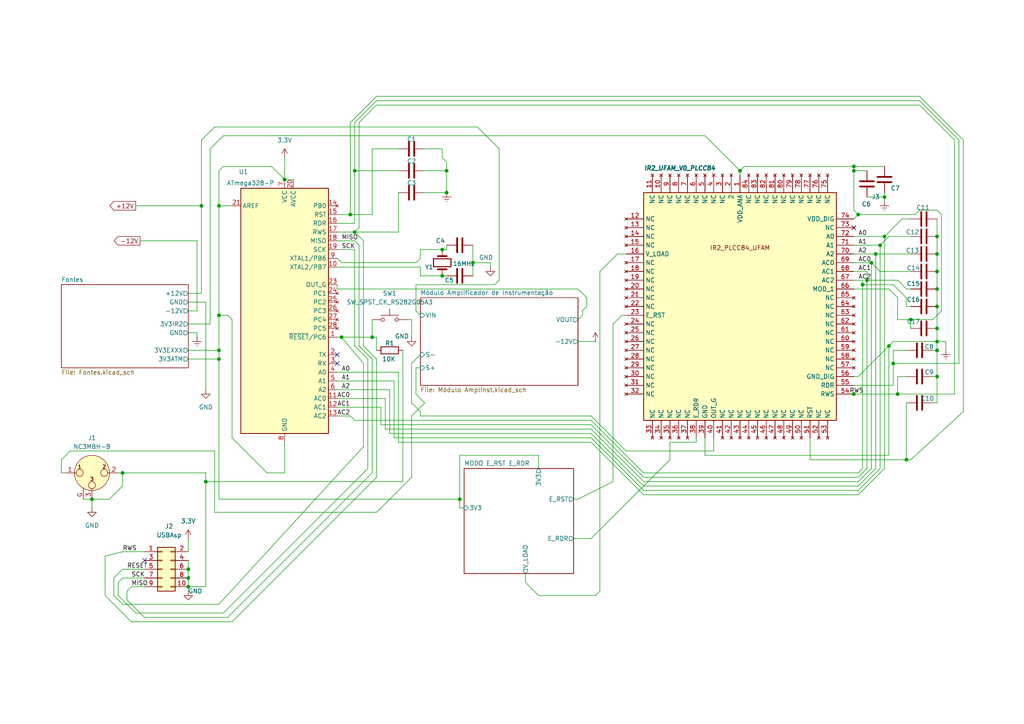
<source format=kicad_sch>
(kicad_sch (version 20250114) (generator "eeschema") (generator_version "9.0")
  (paper "A4")
  (title_block (title "PROJETO IR2_B2_UFAM") (date "07/08/2025") (rev "V1") (company "UFAM-UFMG") (comment 1 "1 - Software Proteus substituído pelo Software Kicad 9.0") (comment 2 "2 - Incluído Amplificafor de Instrumentação para reduzir ruídos") (comment 3 "3 - Incluídos conectores para cabos entrelaçados") (comment 4 "4 - Análise de 4 camadas para reduzir ruídos") (comment 5 "5 - Teste de clonagem"))
  (lib_symbols
    (symbol "Connector_Audio:NC3MBH-B" (pin_names (hide yes))
      (property "Reference" "J" (at 0 8.89 0))
      (property "Value" "NC3MBH-B" (at 0 6.35 0))
      (symbol "NC3MBH-B_0_1"
        (polyline (pts (xy -5.08 0) (xy -4.572 0)))
        (circle (center -3.556 0) (radius 1.016))
        (polyline (pts (xy -2.54 -5.08) (xy -2.54 -4.445)))
        (circle (center 0 0) (radius 5.08) (fill (type background)))
        (circle (center 0 -3.556) (radius 1.016))
        (polyline (pts (xy 0 -5.08) (xy 0 -4.572)))
        (circle (center 3.556 0) (radius 1.016))
        (polyline (pts (xy 5.08 0) (xy 4.572 0)))
        (text "1" (at -3.556 1.778 0) (effects (font (size 1.016 1.016) (bold yes))))
        (text "3" (at 0 -1.778 0) (effects (font (size 1.016 1.016) (bold yes))))
        (text "2" (at 3.556 1.778 0) (effects (font (size 1.016 1.016) (bold yes))))
        (pin passive line (at -7.62 0 0) (length 2.54) (name "~") (number "1"))
        (pin passive line (at 0 -7.62 90) (length 2.54) (name "~") (number "3"))
        (pin passive line (at 7.62 0 180) (length 2.54) (name "~") (number "2"))
      )
      (symbol "NC3MBH-B_1_1"
        (pin passive line (at -2.54 -7.62 90) (length 2.54) (name "~") (number "G"))
      )
    )
    (symbol "Connector_Generic:Conn_02x05_Odd_Even" (pin_names (offset 1.016) (hide yes))
      (property "Reference" "J" (at 1.27 7.62 0))
      (property "Value" "Conn_02x05_Odd_Even" (at 1.27 -7.62 0))
      (symbol "Conn_02x05_Odd_Even_1_1"
        (rectangle (start -1.27 6.35) (end 3.81 -6.35) (stroke (width 0.254)) (fill (type background)))
        (rectangle (start -1.27 5.207) (end 0 4.953) (stroke (width 0.1524)))
        (rectangle (start -1.27 2.667) (end 0 2.413) (stroke (width 0.1524)))
        (rectangle (start -1.27 0.127) (end 0 -0.127) (stroke (width 0.1524)))
        (rectangle (start -1.27 -2.413) (end 0 -2.667) (stroke (width 0.1524)))
        (rectangle (start -1.27 -4.953) (end 0 -5.207) (stroke (width 0.1524)))
        (rectangle (start 3.81 5.207) (end 2.54 4.953) (stroke (width 0.1524)))
        (rectangle (start 3.81 2.667) (end 2.54 2.413) (stroke (width 0.1524)))
        (rectangle (start 3.81 0.127) (end 2.54 -0.127) (stroke (width 0.1524)))
        (rectangle (start 3.81 -2.413) (end 2.54 -2.667) (stroke (width 0.1524)))
        (rectangle (start 3.81 -4.953) (end 2.54 -5.207) (stroke (width 0.1524)))
        (pin passive line (at -5.08 5.08 0) (length 3.81) (name "Pin_1") (number "1"))
        (pin passive line (at -5.08 2.54 0) (length 3.81) (name "Pin_3") (number "3"))
        (pin passive line (at -5.08 0 0) (length 3.81) (name "Pin_5") (number "5"))
        (pin passive line (at -5.08 -2.54 0) (length 3.81) (name "Pin_7") (number "7"))
        (pin passive line (at -5.08 -5.08 0) (length 3.81) (name "Pin_9") (number "9"))
        (pin passive line (at 7.62 5.08 180) (length 3.81) (name "Pin_2") (number "2"))
        (pin passive line (at 7.62 2.54 180) (length 3.81) (name "Pin_4") (number "4"))
        (pin passive line (at 7.62 0 180) (length 3.81) (name "Pin_6") (number "6"))
        (pin passive line (at 7.62 -2.54 180) (length 3.81) (name "Pin_8") (number "8"))
        (pin passive line (at 7.62 -5.08 180) (length 3.81) (name "Pin_10") (number "10"))
      )
    )
    (symbol "Device:C" (pin_numbers (hide yes)) (pin_names (offset 0.254))
      (property "Reference" "C" (at 0.635 2.54 0))
      (property "Value" "C" (at 0.635 -2.54 0))
      (symbol "C_0_1"
        (polyline (pts (xy -2.032 0.762) (xy 2.032 0.762)) (stroke (width 0.508)))
        (polyline (pts (xy -2.032 -0.762) (xy 2.032 -0.762)) (stroke (width 0.508)))
      )
      (symbol "C_1_1"
        (pin passive line (at 0 3.81 270) (length 2.794) (name "~") (number "1"))
        (pin passive line (at 0 -3.81 90) (length 2.794) (name "~") (number "2"))
      )
    )
    (symbol "Device:Crystal" (pin_numbers (hide yes)) (pin_names (offset 1.016) (hide yes))
      (property "Reference" "Y" (at 0 3.81 0))
      (property "Value" "Crystal" (at 0 -3.81 0))
      (symbol "Crystal_0_1"
        (polyline (pts (xy -2.54 0) (xy -1.905 0)))
        (polyline (pts (xy -1.905 -1.27) (xy -1.905 1.27)) (stroke (width 0.508)))
        (rectangle (start -1.143 2.54) (end 1.143 -2.54) (stroke (width 0.3048)))
        (polyline (pts (xy 1.905 -1.27) (xy 1.905 1.27)) (stroke (width 0.508)))
        (polyline (pts (xy 2.54 0) (xy 1.905 0)))
      )
      (symbol "Crystal_1_1"
        (pin passive line (at -3.81 0 0) (length 1.27) (name "1") (number "1"))
        (pin passive line (at 3.81 0 180) (length 1.27) (name "2") (number "2"))
      )
    )
    (symbol "Device:R" (pin_numbers (hide yes)) (pin_names (offset 0))
      (property "Reference" "R" (at 2.032 0 90))
      (property "Value" "R" (at 0 0 90))
      (symbol "R_0_1"
        (rectangle (start -1.016 -2.54) (end 1.016 2.54) (stroke (width 0.254)))
      )
      (symbol "R_1_1"
        (pin passive line (at 0 3.81 270) (length 1.27) (name "~") (number "1"))
        (pin passive line (at 0 -3.81 90) (length 1.27) (name "~") (number "2"))
      )
    )
    (symbol "IR2_UFAM_V0_PLCC84_Library:IR2_UFAM_V0_PLCC84"
      (property "Reference" "J" (at 62.23 12.7 0))
      (property "Value" "IR2_UFAM_V0_PLCC84" (at 62.23 10.16 0))
      (symbol "IR2_UFAM_V0_PLCC84_1_1"
        (rectangle (start 5.08 7.62) (end 60.96 -58.42) (stroke (width 0.254)) (fill (type background)))
        (text "IR2_PLCC84_UFAM" (at 33.02 -8.382 0) (effects (font (size 1.27 1.27))))
        (pin no_connect line (at 0 0 0) (length 5.08) (name "NC") (number "12"))
        (pin no_connect line (at 0 -2.54 0) (length 5.08) (name "NC") (number "13"))
        (pin no_connect line (at 0 -5.08 0) (length 5.08) (name "NC") (number "14"))
        (pin no_connect line (at 0 -7.62 0) (length 5.08) (name "NC") (number "15"))
        (pin input line (at 0 -10.16 0) (length 5.08) (name "V_LOAD") (number "16"))
        (pin no_connect line (at 0 -12.7 0) (length 5.08) (name "NC") (number "17"))
        (pin no_connect line (at 0 -15.24 0) (length 5.08) (name "NC") (number "18"))
        (pin no_connect line (at 0 -17.78 0) (length 5.08) (name "NC") (number "19"))
        (pin no_connect line (at 0 -20.32 0) (length 5.08) (name "NC") (number "20"))
        (pin no_connect line (at 0 -22.86 0) (length 5.08) (name "NC") (number "21"))
        (pin no_connect line (at 0 -25.4 0) (length 5.08) (name "NC") (number "22"))
        (pin input line (at 0 -27.94 0) (length 5.08) (name "E_RST") (number "23"))
        (pin no_connect line (at 0 -30.48 0) (length 5.08) (name "NC") (number "24"))
        (pin no_connect line (at 0 -33.02 0) (length 5.08) (name "NC") (number "25"))
        (pin no_connect line (at 0 -35.56 0) (length 5.08) (name "NC") (number "26"))
        (pin no_connect line (at 0 -38.1 0) (length 5.08) (name "NC") (number "27"))
        (pin no_connect line (at 0 -40.64 0) (length 5.08) (name "NC") (number "28"))
        (pin no_connect line (at 0 -43.18 0) (length 5.08) (name "NC") (number "29"))
        (pin no_connect line (at 0 -45.72 0) (length 5.08) (name "NC") (number "30"))
        (pin no_connect line (at 0 -48.26 0) (length 5.08) (name "NC") (number "31"))
        (pin no_connect line (at 0 -50.8 0) (length 5.08) (name "NC") (number "32"))
        (pin no_connect line (at 7.62 12.7 270) (length 5.08) (name "NC") (number "11"))
        (pin no_connect line (at 7.62 -63.5 90) (length 5.08) (name "NC") (number "33"))
        (pin no_connect line (at 10.16 12.7 270) (length 5.08) (name "NC") (number "10"))
        (pin no_connect line (at 10.16 -63.5 90) (length 5.08) (name "NC") (number "34"))
        (pin no_connect line (at 12.7 12.7 270) (length 5.08) (name "NC") (number "9"))
        (pin no_connect line (at 12.7 -63.5 90) (length 5.08) (name "NC") (number "35"))
        (pin no_connect line (at 15.24 12.7 270) (length 5.08) (name "NC") (number "8"))
        (pin no_connect line (at 15.24 -63.5 90) (length 5.08) (name "NC") (number "36"))
        (pin no_connect line (at 17.78 12.7 270) (length 5.08) (name "NC") (number "7"))
        (pin no_connect line (at 17.78 -63.5 90) (length 5.08) (name "NC") (number "37"))
        (pin no_connect line (at 20.32 12.7 270) (length 5.08) (name "NC") (number "6"))
        (pin input line (at 20.32 -63.5 90) (length 5.08) (name "E_RDR") (number "38"))
        (pin no_connect line (at 22.86 12.7 270) (length 5.08) (name "NC") (number "5"))
        (pin power_out line (at 22.86 -63.5 90) (length 5.08) (name "GND") (number "39"))
        (pin no_connect line (at 25.4 12.7 270) (length 5.08) (name "NC") (number "4"))
        (pin output line (at 25.4 -63.5 90) (length 5.08) (name "OUT_G") (number "40"))
        (pin no_connect line (at 27.94 12.7 270) (length 5.08) (name "NC") (number "3"))
        (pin no_connect line (at 27.94 -63.5 90) (length 5.08) (name "NC") (number "41"))
        (pin no_connect line (at 30.48 12.7 270) (length 5.08) (name "2") (number "2"))
        (pin no_connect line (at 30.48 -63.5 90) (length 5.08) (name "NC") (number "42"))
        (pin power_in line (at 33.02 12.7 270) (length 5.08) (name "VDD_ANA") (number "1"))
        (pin no_connect line (at 33.02 -63.5 90) (length 5.08) (name "NC") (number "43"))
        (pin no_connect line (at 35.56 12.7 270) (length 5.08) (name "NC") (number "84"))
        (pin no_connect line (at 35.56 -63.5 90) (length 5.08) (name "NC") (number "44"))
        (pin no_connect line (at 38.1 12.7 270) (length 5.08) (name "NC") (number "83"))
        (pin no_connect line (at 38.1 -63.5 90) (length 5.08) (name "NC") (number "45"))
        (pin no_connect line (at 40.64 12.7 270) (length 5.08) (name "NC") (number "82"))
        (pin no_connect line (at 40.64 -63.5 90) (length 5.08) (name "NC") (number "46"))
        (pin no_connect line (at 43.18 12.7 270) (length 5.08) (name "NC") (number "81"))
        (pin no_connect line (at 43.18 -63.5 90) (length 5.08) (name "NC") (number "47"))
        (pin no_connect line (at 45.72 12.7 270) (length 5.08) (name "NC") (number "80"))
        (pin no_connect line (at 45.72 -63.5 90) (length 5.08) (name "NC") (number "48"))
        (pin no_connect line (at 48.26 12.7 270) (length 5.08) (name "NC") (number "79"))
        (pin no_connect line (at 48.26 -63.5 90) (length 5.08) (name "NC") (number "49"))
        (pin no_connect line (at 50.8 12.7 270) (length 5.08) (name "NC") (number "78"))
        (pin no_connect line (at 50.8 -63.5 90) (length 5.08) (name "NC") (number "50"))
        (pin no_connect line (at 53.34 12.7 270) (length 5.08) (name "NC") (number "77"))
        (pin input line (at 53.34 -63.5 90) (length 5.08) (name "RST") (number "51"))
        (pin no_connect line (at 55.88 12.7 270) (length 5.08) (name "NC") (number "76"))
        (pin no_connect line (at 55.88 -63.5 90) (length 5.08) (name "NC") (number "52"))
        (pin no_connect line (at 58.42 12.7 270) (length 5.08) (name "NC") (number "75"))
        (pin no_connect line (at 58.42 -63.5 90) (length 5.08) (name "NC") (number "53"))
        (pin power_in line (at 66.04 0 180) (length 5.08) (name "VDD_DIG") (number "74"))
        (pin no_connect line (at 66.04 -2.54 180) (length 5.08) (name "NC") (number "73"))
        (pin input line (at 66.04 -5.08 180) (length 5.08) (name "A0") (number "72"))
        (pin input line (at 66.04 -7.62 180) (length 5.08) (name "A1") (number "71"))
        (pin input line (at 66.04 -10.16 180) (length 5.08) (name "A2") (number "70"))
        (pin input line (at 66.04 -12.7 180) (length 5.08) (name "AC0") (number "69"))
        (pin input line (at 66.04 -15.24 180) (length 5.08) (name "AC1") (number "68"))
        (pin input line (at 66.04 -17.78 180) (length 5.08) (name "AC2") (number "67"))
        (pin power_in line (at 66.04 -20.32 180) (length 5.08) (name "MOD_1") (number "66"))
        (pin no_connect line (at 66.04 -22.86 180) (length 5.08) (name "NC") (number "65"))
        (pin no_connect line (at 66.04 -25.4 180) (length 5.08) (name "NC") (number "64"))
        (pin no_connect line (at 66.04 -27.94 180) (length 5.08) (name "NC") (number "63"))
        (pin no_connect line (at 66.04 -30.48 180) (length 5.08) (name "NC") (number "62"))
        (pin no_connect line (at 66.04 -33.02 180) (length 5.08) (name "NC") (number "61"))
        (pin no_connect line (at 66.04 -35.56 180) (length 5.08) (name "NC") (number "60"))
        (pin no_connect line (at 66.04 -38.1 180) (length 5.08) (name "NC") (number "59"))
        (pin no_connect line (at 66.04 -40.64 180) (length 5.08) (name "NC") (number "58"))
        (pin no_connect line (at 66.04 -43.18 180) (length 5.08) (name "NC") (number "57"))
        (pin power_in line (at 66.04 -45.72 180) (length 5.08) (name "GND_DIG") (number "56"))
        (pin input line (at 66.04 -48.26 180) (length 5.08) (name "RDR") (number "55"))
        (pin input line (at 66.04 -50.8 180) (length 5.08) (name "RWS") (number "54"))
      )
    )
    (symbol "Switch:SW_MEC_5G" (pin_numbers (hide yes)) (pin_names (offset 1.016) (hide yes))
      (property "Reference" "SW" (at 1.27 2.54 0))
      (property "Value" "SW_MEC_5G" (at 0 -1.524 0))
      (symbol "SW_MEC_5G_0_1"
        (circle (center -2.032 0) (radius 0.508))
        (polyline (pts (xy 0 1.27) (xy 0 3.048)))
        (circle (center 2.032 0) (radius 0.508))
        (polyline (pts (xy 2.54 1.27) (xy -2.54 1.27)))
        (pin passive line (at -5.08 0 0) (length 2.54) (name "A") (number "1"))
        (pin passive line (at 5.08 0 180) (length 2.54) (name "B") (number "3"))
      )
      (symbol "SW_MEC_5G_1_1"
        (pin passive line (at -5.08 0 0) (length 2.54) (hide yes) (name "A") (number "2"))
        (pin passive line (at 5.08 0 180) (length 2.54) (hide yes) (name "B") (number "4"))
      )
    )
    (symbol "ir2_atmega328P:ir2_ATmega328P"
      (property "Reference" "U" (at -12.7 36.83 0))
      (property "Value" "ir2_ATmega328P" (at 2.54 -36.83 0))
      (symbol "ir2_ATmega328P_0_1"
        (rectangle (start -12.7 -35.56) (end 12.7 35.56) (stroke (width 0.254)) (fill (type background)))
      )
      (symbol "ir2_ATmega328P_1_1"
        (pin passive line (at -15.24 30.48 0) (length 2.54) (name "AREF") (number "21"))
        (pin power_in line (at 0 38.1 270) (length 2.54) (name "VCC") (number "7"))
        (pin passive line (at 0 -38.1 90) (length 2.54) (hide yes) (name "GND") (number "22"))
        (pin power_in line (at 0 -38.1 90) (length 2.54) (name "GND") (number "8"))
        (pin power_in line (at 2.54 38.1 270) (length 2.54) (name "AVCC") (number "20"))
        (pin no_connect line (at 15.24 30.48 180) (length 2.54) (name "PB0") (number "14"))
        (pin output line (at 15.24 27.94 180) (length 2.54) (name "RST") (number "15"))
        (pin output line (at 15.24 25.4 180) (length 2.54) (name "RDR") (number "16"))
        (pin output line (at 15.24 22.86 180) (length 2.54) (name "RWS") (number "17"))
        (pin input line (at 15.24 20.32 180) (length 2.54) (name "MISO") (number "18"))
        (pin bidirectional line (at 15.24 17.78 180) (length 2.54) (name "SCK") (number "19"))
        (pin bidirectional line (at 15.24 15.24 180) (length 2.54) (name "XTAL1/PB6") (number "9"))
        (pin bidirectional line (at 15.24 12.7 180) (length 2.54) (name "XTAL2/PB7") (number "10"))
        (pin input line (at 15.24 7.62 180) (length 2.54) (name "OUT_G") (number "23"))
        (pin no_connect line (at 15.24 5.08 180) (length 2.54) (name "PC1") (number "24"))
        (pin no_connect line (at 15.24 2.54 180) (length 2.54) (name "PC2") (number "25"))
        (pin no_connect line (at 15.24 0 180) (length 2.54) (name "PC3") (number "26"))
        (pin no_connect line (at 15.24 -2.54 180) (length 2.54) (name "PC4") (number "27"))
        (pin no_connect line (at 15.24 -5.08 180) (length 2.54) (name "PC5") (number "28"))
        (pin bidirectional line (at 15.24 -7.62 180) (length 2.54) (name "~{RESET}/PC6") (number "1"))
        (pin bidirectional line (at 15.24 -12.7 180) (length 2.54) (name "TX") (number "2"))
        (pin bidirectional line (at 15.24 -15.24 180) (length 2.54) (name "RX") (number "3"))
        (pin output line (at 15.24 -17.78 180) (length 2.54) (name "A0") (number "4"))
        (pin output line (at 15.24 -20.32 180) (length 2.54) (name "A1") (number "5"))
        (pin output line (at 15.24 -22.86 180) (length 2.54) (name "A2") (number "6"))
        (pin output line (at 15.24 -25.4 180) (length 2.54) (name "AC0") (number "11"))
        (pin output line (at 15.24 -27.94 180) (length 2.54) (name "AC1") (number "12"))
        (pin output line (at 15.24 -30.48 180) (length 2.54) (name "AC2") (number "13"))
      )
    )
    (symbol "power:Earth" (power) (pin_numbers (hide yes)) (pin_names (offset 0) (hide yes))
      (property "Value" "Earth" (at 0 -3.81 0))
      (symbol "Earth_0_1"
        (polyline (pts (xy -0.635 -1.905) (xy 0.635 -1.905)))
        (polyline (pts (xy -0.127 -2.54) (xy 0.127 -2.54)))
        (polyline (pts (xy 0 -1.27) (xy 0 0)))
        (polyline (pts (xy 1.27 -1.27) (xy -1.27 -1.27)))
      )
      (symbol "Earth_1_1"
        (pin power_in line (at 0 0 270) (length 0) (name "~") (number "1"))
      )
    )
    (symbol "power:GND" (power) (pin_numbers (hide yes)) (pin_names (offset 0) (hide yes))
      (property "Value" "GND" (at 0 -3.81 0))
      (symbol "GND_0_1"
        (polyline (pts (xy 0 0) (xy 0 -1.27) (xy 1.27 -1.27) (xy 0 -2.54) (xy -1.27 -1.27) (xy 0 -1.27)))
      )
      (symbol "GND_1_1"
        (pin power_in line (at 0 0 270) (length 0) (name "~") (number "1"))
      )
    )
    (symbol "power:VCC" (power) (pin_numbers (hide yes)) (pin_names (offset 0) (hide yes))
      (property "Value" "VCC" (at 0 3.556 0))
      (symbol "VCC_0_1"
        (polyline (pts (xy -0.762 1.27) (xy 0 2.54)))
        (polyline (pts (xy 0 2.54) (xy 0.762 1.27)))
        (polyline (pts (xy 0 0) (xy 0 2.54)))
      )
      (symbol "VCC_1_1"
        (pin power_in line (at 0 0 90) (length 0) (name "~") (number "1"))
      )
    )
  )
  (junction (at 271.78 68.58))
  (junction (at 256.54 57.15))
  (junction (at 82.55 52.07))
  (junction (at 128.27 72.39))
  (junction (at 35.56 137.16))
  (junction (at 271.78 109.22))
  (junction (at 260.35 114.3))
  (junction (at 58.42 59.69))
  (junction (at 271.78 95.25))
  (junction (at 133.35 144.78))
  (junction (at 54.61 165.1))
  (junction (at 271.78 73.66))
  (junction (at 99.06 97.79))
  (junction (at 255.27 71.12))
  (junction (at 271.78 83.82))
  (junction (at 257.81 100.33))
  (junction (at 59.69 139.7))
  (junction (at 271.78 88.9))
  (junction (at 129.54 49.53))
  (junction (at 63.5 101.6))
  (junction (at 63.5 104.14))
  (junction (at 54.61 170.18))
  (junction (at 102.87 67.31))
  (junction (at 54.61 167.64))
  (junction (at 247.65 114.3))
  (junction (at 129.54 55.88))
  (junction (at 248.92 62.23))
  (junction (at 101.6 62.23))
  (junction (at 26.67 144.78))
  (junction (at 271.78 99.06))
  (junction (at 247.65 49.53))
  (junction (at 271.78 101.6))
  (junction (at 262.89 133.35))
  (junction (at 63.5 91.44))
  (junction (at 107.95 97.79))
  (junction (at 250.19 82.55))
  (junction (at 251.46 81.28))
  (junction (at 137.16 76.2))
  (junction (at 102.87 49.53))
  (junction (at 128.27 80.01))
  (junction (at 252.73 76.2))
  (junction (at 256.54 68.58))
  (junction (at 247.65 48.26))
  (junction (at 264.16 92.71))
  (junction (at 259.08 105.41))
  (junction (at 271.78 78.74))
  (junction (at 63.5 59.69))
  (junction (at 254 73.66))
  (junction (at 214.63 49.53))
  (no_connect (at 41.91 162.56))
  (no_connect (at 97.79 102.87))
  (no_connect (at 97.79 105.41))
  (no_connect (at 247.65 66.04))
  (wire (pts (xy 60.96 43.18) (xy 64.77 39.37)))
  (wire (pts (xy 102.87 49.53) (xy 102.87 64.77)))
  (wire (pts (xy 109.22 29.21) (xy 266.7 29.21)))
  (wire (pts (xy 97.79 62.23) (xy 101.6 62.23)))
  (wire (pts (xy 172.72 172.72) (xy 173.99 171.45)))
  (wire (pts (xy 62.23 148.59) (xy 62.23 130.81)))
  (wire (pts (xy 247.65 109.22) (xy 248.92 109.22)))
  (wire (pts (xy 168.91 90.17) (xy 168.91 91.44)))
  (wire (pts (xy 254 73.66) (xy 254 135.89)))
  (wire (pts (xy 252.73 76.2) (xy 252.73 135.89)))
  (wire (pts (xy 107.95 43.18) (xy 115.57 43.18)))
  (wire (pts (xy 128.27 80.01) (xy 129.54 80.01)))
  (wire (pts (xy 133.35 132.08) (xy 156.21 132.08)))
  (wire (pts (xy 115.57 107.95) (xy 115.57 128.27)))
  (wire (pts (xy 63.5 49.53) (xy 64.77 48.26)))
  (wire (pts (xy 246.38 114.3) (xy 247.65 114.3)))
  (wire (pts (xy 121.92 119.38) (xy 121.92 120.65)))
  (wire (pts (xy 144.78 81.28) (xy 143.51 82.55)))
  (wire (pts (xy 121.92 102.87) (xy 119.38 105.41)))
  (wire (pts (xy 173.99 78.74) (xy 173.99 171.45)))
  (wire (pts (xy 204.47 39.37) (xy 214.63 49.53)))
  (wire (pts (xy 266.7 27.94) (xy 279.4 40.64)))
  (wire (pts (xy 116.84 101.6) (xy 116.84 139.7)))
  (wire (pts (xy 247.65 111.76) (xy 259.08 111.76)))
  (wire (pts (xy 247.65 48.26) (xy 256.54 48.26)))
  (wire (pts (xy 54.61 87.63) (xy 59.69 87.63)))
  (wire (pts (xy 102.87 35.56) (xy 109.22 29.21)))
  (wire (pts (xy 129.54 49.53) (xy 129.54 55.88)))
  (wire (pts (xy 57.15 96.52) (xy 57.15 97.79)))
  (wire (pts (xy 97.79 83.82) (xy 167.64 83.82)))
  (wire (pts (xy 264.16 92.71) (xy 270.51 92.71)))
  (wire (pts (xy 54.61 170.18) (xy 54.61 171.45)))
  (wire (pts (xy 82.55 128.27) (xy 82.55 137.16)))
  (wire (pts (xy 171.45 156.21) (xy 194.31 133.35)))
  (wire (pts (xy 247.65 60.96) (xy 248.92 62.23)))
  (wire (pts (xy 67.31 92.71) (xy 66.04 91.44)))
  (wire (pts (xy 63.5 101.6) (xy 63.5 91.44)))
  (wire (pts (xy 63.5 49.53) (xy 63.5 59.69)))
  (wire (pts (xy 248.92 138.43) (xy 186.69 138.43)))
  (wire (pts (xy 264.16 83.82) (xy 262.89 83.82)))
  (wire (pts (xy 273.05 90.17) (xy 270.51 92.71)))
  (wire (pts (xy 97.79 120.65) (xy 101.6 120.65)))
  (wire (pts (xy 59.69 139.7) (xy 59.69 137.16)))
  (wire (pts (xy 260.35 109.22) (xy 262.89 109.22)))
  (wire (pts (xy 194.31 133.35) (xy 194.31 128.27)))
  (wire (pts (xy 105.41 100.33) (xy 109.22 104.14)))
  (wire (pts (xy 109.22 97.79) (xy 107.95 97.79)))
  (wire (pts (xy 121.92 72.39) (xy 121.92 74.93)))
  (wire (pts (xy 102.87 100.33) (xy 106.68 104.14)))
  (wire (pts (xy 271.78 73.66) (xy 271.78 78.74)))
  (wire (pts (xy 99.06 76.2) (xy 120.65 76.2)))
  (wire (pts (xy 26.67 144.78) (xy 24.13 144.78)))
  (wire (pts (xy 35.56 165.1) (xy 41.91 165.1)))
  (wire (pts (xy 35.56 137.16) (xy 35.56 140.97)))
  (wire (pts (xy 271.78 60.96) (xy 273.05 62.23)))
  (wire (pts (xy 137.16 71.12) (xy 137.16 76.2)))
  (wire (pts (xy 262.89 86.36) (xy 259.08 82.55)))
  (wire (pts (xy 271.78 78.74) (xy 271.78 83.82)))
  (wire (pts (xy 109.22 97.79) (xy 109.22 101.6)))
  (wire (pts (xy 215.9 48.26) (xy 247.65 48.26)))
  (wire (pts (xy 251.46 81.28) (xy 251.46 135.89)))
  (wire (pts (xy 63.5 59.69) (xy 67.31 59.69)))
  (wire (pts (xy 97.79 77.47) (xy 121.92 77.47)))
  (wire (pts (xy 121.92 72.39) (xy 128.27 72.39)))
  (wire (pts (xy 102.87 49.53) (xy 102.87 35.56)))
  (wire (pts (xy 214.63 49.53) (xy 215.9 48.26)))
  (wire (pts (xy 102.87 72.39) (xy 102.87 100.33)))
  (wire (pts (xy 171.45 123.19) (xy 186.69 138.43)))
  (wire (pts (xy 38.1 180.34) (xy 30.48 172.72)))
  (wire (pts (xy 109.22 27.94) (xy 266.7 27.94)))
  (wire (pts (xy 248.92 62.23) (xy 247.65 63.5)))
  (wire (pts (xy 120.65 90.17) (xy 121.92 91.44)))
  (wire (pts (xy 30.48 172.72) (xy 30.48 161.29)))
  (wire (pts (xy 137.16 76.2) (xy 137.16 80.01)))
  (wire (pts (xy 54.61 156.21) (xy 54.61 160.02)))
  (wire (pts (xy 105.41 129.54) (xy 105.41 105.41)))
  (wire (pts (xy 274.32 99.06) (xy 274.32 101.6)))
  (wire (pts (xy 186.69 142.24) (xy 248.92 142.24)))
  (wire (pts (xy 97.79 83.82) (xy 97.79 82.55)))
  (wire (pts (xy 170.18 88.9) (xy 170.18 86.36)))
  (wire (pts (xy 251.46 57.15) (xy 256.54 57.15)))
  (wire (pts (xy 186.69 140.97) (xy 171.45 125.73)))
  (wire (pts (xy 54.61 162.56) (xy 54.61 165.1)))
  (wire (pts (xy 58.42 85.09) (xy 54.61 85.09)))
  (wire (pts (xy 58.42 59.69) (xy 58.42 85.09)))
  (wire (pts (xy 264.16 68.58) (xy 257.81 68.58)))
  (wire (pts (xy 257.81 132.08) (xy 257.81 100.33)))
  (wire (pts (xy 33.02 172.72) (xy 35.56 175.26)))
  (wire (pts (xy 129.54 46.99) (xy 129.54 49.53)))
  (wire (pts (xy 247.65 114.3) (xy 260.35 114.3)))
  (wire (pts (xy 123.19 55.88) (xy 129.54 55.88)))
  (wire (pts (xy 247.65 81.28) (xy 250.19 81.28)))
  (wire (pts (xy 254 73.66) (xy 264.16 73.66)))
  (wire (pts (xy 144.78 43.18) (xy 144.78 81.28)))
  (wire (pts (xy 119.38 120.65) (xy 119.38 138.43)))
  (wire (pts (xy 234.95 127) (xy 234.95 133.35)))
  (wire (pts (xy 271.78 68.58) (xy 271.78 73.66)))
  (wire (pts (xy 101.6 62.23) (xy 107.95 62.23)))
  (wire (pts (xy 35.56 137.16) (xy 59.69 137.16)))
  (wire (pts (xy 264.16 63.5) (xy 261.62 63.5)))
  (wire (pts (xy 54.61 167.64) (xy 54.61 170.18)))
  (wire (pts (xy 257.81 100.33) (xy 259.08 99.06)))
  (wire (pts (xy 106.68 135.89) (xy 64.77 177.8)))
  (wire (pts (xy 97.79 67.31) (xy 102.87 67.31)))
  (wire (pts (xy 166.37 156.21) (xy 171.45 156.21)))
  (wire (pts (xy 97.79 74.93) (xy 99.06 76.2)))
  (wire (pts (xy 250.19 82.55) (xy 259.08 82.55)))
  (wire (pts (xy 257.81 68.58) (xy 255.27 71.12)))
  (wire (pts (xy 107.95 92.71) (xy 107.95 97.79)))
  (wire (pts (xy 248.92 137.16) (xy 186.69 137.16)))
  (wire (pts (xy 63.5 104.14) (xy 63.5 144.78)))
  (wire (pts (xy 77.47 137.16) (xy 82.55 137.16)))
  (wire (pts (xy 248.92 62.23) (xy 265.43 62.23)))
  (wire (pts (xy 82.55 52.07) (xy 85.09 52.07)))
  (wire (pts (xy 114.3 110.49) (xy 114.3 127)))
  (wire (pts (xy 104.14 71.12) (xy 104.14 100.33)))
  (wire (pts (xy 102.87 69.85) (xy 104.14 71.12)))
  (wire (pts (xy 34.29 172.72) (xy 39.37 177.8)))
  (wire (pts (xy 266.7 30.48) (xy 276.86 40.64)))
  (wire (pts (xy 194.31 128.27) (xy 201.93 128.27)))
  (wire (pts (xy 279.4 119.38) (xy 264.16 133.35)))
  (wire (pts (xy 107.95 104.14) (xy 107.95 137.16)))
  (wire (pts (xy 251.46 81.28) (xy 260.35 81.28)))
  (wire (pts (xy 60.96 93.98) (xy 54.61 93.98)))
  (wire (pts (xy 278.13 40.64) (xy 278.13 105.41)))
  (wire (pts (xy 82.55 45.72) (xy 82.55 52.07)))
  (wire (pts (xy 138.43 36.83) (xy 144.78 43.18)))
  (wire (pts (xy 128.27 45.72) (xy 129.54 46.99)))
  (wire (pts (xy 111.76 115.57) (xy 111.76 124.46)))
  (wire (pts (xy 264.16 133.35) (xy 262.89 133.35)))
  (wire (pts (xy 255.27 71.12) (xy 255.27 135.89)))
  (wire (pts (xy 54.61 101.6) (xy 63.5 101.6)))
  (wire (pts (xy 259.08 105.41) (xy 278.13 105.41)))
  (wire (pts (xy 34.29 168.91) (xy 34.29 172.72)))
  (wire (pts (xy 186.69 143.51) (xy 171.45 128.27)))
  (wire (pts (xy 152.4 166.37) (xy 152.4 168.91)))
  (wire (pts (xy 109.22 30.48) (xy 266.7 30.48)))
  (wire (pts (xy 260.35 86.36) (xy 260.35 92.71)))
  (wire (pts (xy 262.89 133.35) (xy 234.95 133.35)))
  (wire (pts (xy 166.37 144.78) (xy 167.64 144.78)))
  (wire (pts (xy 204.47 132.08) (xy 257.81 132.08)))
  (wire (pts (xy 113.03 125.73) (xy 171.45 125.73)))
  (wire (pts (xy 54.61 104.14) (xy 63.5 104.14)))
  (wire (pts (xy 256.54 68.58) (xy 256.54 135.89)))
  (wire (pts (xy 214.63 49.53) (xy 214.63 50.8)))
  (wire (pts (xy 133.35 144.78) (xy 133.35 147.32)))
  (wire (pts (xy 201.93 128.27) (xy 201.93 127)))
  (wire (pts (xy 177.8 93.98) (xy 180.34 91.44)))
  (wire (pts (xy 102.87 67.31) (xy 104.14 66.04)))
  (wire (pts (xy 101.6 62.23) (xy 101.6 35.56)))
  (wire (pts (xy 251.46 78.74) (xy 251.46 81.28)))
  (wire (pts (xy 35.56 165.1) (xy 33.02 167.64)))
  (wire (pts (xy 247.65 73.66) (xy 254 73.66)))
  (wire (pts (xy 123.19 43.18) (xy 128.27 43.18)))
  (wire (pts (xy 204.47 127) (xy 204.47 132.08)))
  (wire (pts (xy 260.35 109.22) (xy 260.35 114.3)))
  (wire (pts (xy 129.54 72.39) (xy 129.54 71.12)))
  (wire (pts (xy 119.38 116.84) (xy 121.92 119.38)))
  (wire (pts (xy 118.11 92.71) (xy 119.38 92.71)))
  (wire (pts (xy 109.22 138.43) (xy 67.31 180.34)))
  (wire (pts (xy 63.5 144.78) (xy 133.35 144.78)))
  (wire (pts (xy 26.67 144.78) (xy 31.75 144.78)))
  (wire (pts (xy 133.35 147.32) (xy 134.62 147.32)))
  (wire (pts (xy 111.76 124.46) (xy 171.45 124.46)))
  (wire (pts (xy 62.23 36.83) (xy 138.43 36.83)))
  (wire (pts (xy 121.92 120.65) (xy 171.45 120.65)))
  (wire (pts (xy 256.54 55.88) (xy 256.54 57.15)))
  (wire (pts (xy 273.05 62.23) (xy 273.05 90.17)))
  (wire (pts (xy 270.51 109.22) (xy 271.78 109.22)))
  (wire (pts (xy 271.78 99.06) (xy 271.78 101.6)))
  (wire (pts (xy 177.8 93.98) (xy 177.8 139.7)))
  (wire (pts (xy 248.92 142.24) (xy 255.27 135.89)))
  (wire (pts (xy 114.3 127) (xy 171.45 127)))
  (wire (pts (xy 67.31 180.34) (xy 38.1 180.34)))
  (wire (pts (xy 254 135.89) (xy 248.92 140.97)))
  (wire (pts (xy 250.19 82.55) (xy 250.19 135.89)))
  (wire (pts (xy 265.43 62.23) (xy 266.7 60.96)))
  (wire (pts (xy 120.65 114.3) (xy 123.19 116.84)))
  (wire (pts (xy 171.45 124.46) (xy 186.69 139.7)))
  (wire (pts (xy 106.68 104.14) (xy 106.68 135.89)))
  (wire (pts (xy 102.87 49.53) (xy 115.57 49.53)))
  (wire (pts (xy 97.79 113.03) (xy 113.03 113.03)))
  (wire (pts (xy 123.19 49.53) (xy 129.54 49.53)))
  (wire (pts (xy 35.56 160.02) (xy 41.91 160.02)))
  (wire (pts (xy 115.57 55.88) (xy 115.57 67.31)))
  (wire (pts (xy 156.21 172.72) (xy 172.72 172.72)))
  (wire (pts (xy 58.42 40.64) (xy 58.42 59.69)))
  (wire (pts (xy 248.92 109.22) (xy 257.81 100.33)))
  (wire (pts (xy 152.4 168.91) (xy 156.21 172.72)))
  (wire (pts (xy 270.51 101.6) (xy 271.78 101.6)))
  (wire (pts (xy 119.38 92.71) (xy 119.38 97.79)))
  (wire (pts (xy 247.65 78.74) (xy 251.46 78.74)))
  (wire (pts (xy 250.19 135.89) (xy 248.92 137.16)))
  (wire (pts (xy 104.14 35.56) (xy 104.14 66.04)))
  (wire (pts (xy 59.69 139.7) (xy 59.69 170.18)))
  (wire (pts (xy 33.02 167.64) (xy 33.02 172.72)))
  (wire (pts (xy 35.56 175.26) (xy 63.5 175.26)))
  (wire (pts (xy 250.19 81.28) (xy 250.19 82.55)))
  (wire (pts (xy 259.08 101.6) (xy 259.08 105.41)))
  (wire (pts (xy 271.78 109.22) (xy 271.78 116.84)))
  (wire (pts (xy 171.45 121.92) (xy 102.87 121.92)))
  (wire (pts (xy 262.89 116.84) (xy 262.89 133.35)))
  (wire (pts (xy 207.01 127) (xy 207.01 130.81)))
  (wire (pts (xy 54.61 170.18) (xy 59.69 170.18)))
  (wire (pts (xy 107.95 137.16) (xy 66.04 179.07)))
  (wire (pts (xy 19.05 137.16) (xy 17.78 137.16)))
  (wire (pts (xy 102.87 121.92) (xy 101.6 120.65)))
  (wire (pts (xy 105.41 105.41) (xy 99.06 97.79)))
  (wire (pts (xy 36.83 173.99) (xy 36.83 171.45)))
  (wire (pts (xy 179.07 73.66) (xy 181.61 73.66)))
  (wire (pts (xy 167.64 83.82) (xy 170.18 86.36)))
  (wire (pts (xy 31.75 144.78) (xy 35.56 140.97)))
  (wire (pts (xy 40.64 69.85) (xy 57.15 69.85)))
  (wire (pts (xy 102.87 67.31) (xy 105.41 69.85)))
  (wire (pts (xy 171.45 127) (xy 186.69 142.24)))
  (wire (pts (xy 102.87 67.31) (xy 115.57 67.31)))
  (wire (pts (xy 142.24 76.2) (xy 142.24 77.47)))
  (wire (pts (xy 97.79 107.95) (xy 115.57 107.95)))
  (wire (pts (xy 271.78 63.5) (xy 271.78 68.58)))
  (wire (pts (xy 168.91 91.44) (xy 167.64 92.71)))
  (wire (pts (xy 102.87 64.77) (xy 97.79 64.77)))
  (wire (pts (xy 181.61 130.81) (xy 207.01 130.81)))
  (wire (pts (xy 20.32 130.81) (xy 62.23 130.81)))
  (wire (pts (xy 256.54 57.15) (xy 256.54 58.42)))
  (wire (pts (xy 34.29 137.16) (xy 35.56 137.16)))
  (wire (pts (xy 247.65 49.53) (xy 251.46 49.53)))
  (wire (pts (xy 101.6 35.56) (xy 109.22 27.94)))
  (wire (pts (xy 259.08 101.6) (xy 262.89 101.6)))
  (wire (pts (xy 120.65 114.3) (xy 120.65 106.68)))
  (wire (pts (xy 259.08 99.06) (xy 271.78 99.06)))
  (wire (pts (xy 255.27 78.74) (xy 252.73 76.2)))
  (wire (pts (xy 78.74 48.26) (xy 82.55 52.07)))
  (wire (pts (xy 110.49 123.19) (xy 171.45 123.19)))
  (wire (pts (xy 97.79 97.79) (xy 99.06 97.79)))
  (wire (pts (xy 133.35 132.08) (xy 133.35 144.78)))
  (wire (pts (xy 97.79 110.49) (xy 114.3 110.49)))
  (wire (pts (xy 64.77 177.8) (xy 39.37 177.8)))
  (wire (pts (xy 247.65 49.53) (xy 247.65 60.96)))
  (wire (pts (xy 262.89 88.9) (xy 262.89 86.36)))
  (wire (pts (xy 36.83 171.45) (xy 38.1 170.18)))
  (wire (pts (xy 107.95 43.18) (xy 107.95 62.23)))
  (wire (pts (xy 120.65 76.2) (xy 121.92 74.93)))
  (wire (pts (xy 35.56 167.64) (xy 41.91 167.64)))
  (wire (pts (xy 186.69 137.16) (xy 171.45 121.92)))
  (wire (pts (xy 63.5 175.26) (xy 105.41 129.54)))
  (wire (pts (xy 97.79 118.11) (xy 110.49 118.11)))
  (wire (pts (xy 57.15 90.17) (xy 54.61 90.17)))
  (wire (pts (xy 17.78 137.16) (xy 17.78 133.35)))
  (wire (pts (xy 271.78 116.84) (xy 270.51 116.84)))
  (wire (pts (xy 259.08 105.41) (xy 259.08 111.76)))
  (wire (pts (xy 247.65 76.2) (xy 252.73 76.2)))
  (wire (pts (xy 128.27 43.18) (xy 128.27 45.72)))
  (wire (pts (xy 271.78 95.25) (xy 271.78 99.06)))
  (wire (pts (xy 247.65 68.58) (xy 256.54 68.58)))
  (wire (pts (xy 17.78 133.35) (xy 20.32 130.81)))
  (wire (pts (xy 41.91 179.07) (xy 66.04 179.07)))
  (wire (pts (xy 115.57 128.27) (xy 171.45 128.27)))
  (wire (pts (xy 168.91 90.17) (xy 170.18 88.9)))
  (wire (pts (xy 97.79 115.57) (xy 111.76 115.57)))
  (wire (pts (xy 171.45 120.65) (xy 181.61 130.81)))
  (wire (pts (xy 119.38 105.41) (xy 119.38 116.84)))
  (wire (pts (xy 247.65 48.26) (xy 247.65 49.53)))
  (wire (pts (xy 271.78 88.9) (xy 271.78 95.25)))
  (wire (pts (xy 264.16 88.9) (xy 262.89 88.9)))
  (wire (pts (xy 39.37 59.69) (xy 58.42 59.69)))
  (wire (pts (xy 110.49 118.11) (xy 110.49 123.19)))
  (wire (pts (xy 59.69 87.63) (xy 59.69 113.03)))
  (wire (pts (xy 63.5 101.6) (xy 63.5 104.14)))
  (wire (pts (xy 104.14 100.33) (xy 107.95 104.14)))
  (wire (pts (xy 63.5 59.69) (xy 63.5 91.44)))
  (wire (pts (xy 256.54 135.89) (xy 248.92 143.51)))
  (wire (pts (xy 59.69 139.7) (xy 116.84 139.7)))
  (wire (pts (xy 137.16 76.2) (xy 142.24 76.2)))
  (wire (pts (xy 105.41 69.85) (xy 105.41 100.33)))
  (wire (pts (xy 54.61 96.52) (xy 57.15 96.52)))
  (wire (pts (xy 38.1 170.18) (xy 41.91 170.18)))
  (wire (pts (xy 121.92 80.01) (xy 128.27 80.01)))
  (wire (pts (xy 264.16 92.71) (xy 264.16 95.25)))
  (wire (pts (xy 186.69 143.51) (xy 248.92 143.51)))
  (wire (pts (xy 186.69 139.7) (xy 248.92 139.7)))
  (wire (pts (xy 63.5 91.44) (xy 66.04 91.44)))
  (wire (pts (xy 62.23 148.59) (xy 109.22 148.59)))
  (wire (pts (xy 99.06 97.79) (xy 107.95 97.79)))
  (wire (pts (xy 26.67 144.78) (xy 26.67 147.32)))
  (wire (pts (xy 30.48 161.29) (xy 35.56 160.02)))
  (wire (pts (xy 128.27 72.39) (xy 129.54 72.39)))
  (wire (pts (xy 257.81 83.82) (xy 260.35 86.36)))
  (wire (pts (xy 34.29 168.91) (xy 35.56 167.64)))
  (wire (pts (xy 274.32 99.06) (xy 271.78 99.06)))
  (wire (pts (xy 120.65 82.55) (xy 143.51 82.55)))
  (wire (pts (xy 180.34 91.44) (xy 181.61 91.44)))
  (wire (pts (xy 167.64 99.06) (xy 172.72 99.06)))
  (wire (pts (xy 58.42 40.64) (xy 62.23 36.83)))
  (wire (pts (xy 97.79 69.85) (xy 102.87 69.85)))
  (wire (pts (xy 177.8 139.7) (xy 167.64 144.78)))
  (wire (pts (xy 77.47 137.16) (xy 67.31 127)))
  (wire (pts (xy 121.92 77.47) (xy 121.92 80.01)))
  (wire (pts (xy 109.22 148.59) (xy 119.38 138.43)))
  (wire (pts (xy 54.61 165.1) (xy 54.61 167.64)))
  (wire (pts (xy 109.22 104.14) (xy 109.22 138.43)))
  (wire (pts (xy 247.65 71.12) (xy 255.27 71.12)))
  (wire (pts (xy 248.92 139.7) (xy 252.73 135.89)))
  (wire (pts (xy 266.7 60.96) (xy 271.78 60.96)))
  (wire (pts (xy 255.27 78.74) (xy 264.16 78.74)))
  (wire (pts (xy 271.78 101.6) (xy 271.78 109.22)))
  (wire (pts (xy 276.86 40.64) (xy 276.86 114.3)))
  (wire (pts (xy 279.4 40.64) (xy 279.4 119.38)))
  (wire (pts (xy 67.31 127) (xy 67.31 92.71)))
  (wire (pts (xy 60.96 43.18) (xy 60.96 93.98)))
  (wire (pts (xy 120.65 82.55) (xy 120.65 90.17)))
  (wire (pts (xy 260.35 92.71) (xy 264.16 92.71)))
  (wire (pts (xy 251.46 135.89) (xy 248.92 138.43)))
  (wire (pts (xy 260.35 114.3) (xy 276.86 114.3)))
  (wire (pts (xy 97.79 72.39) (xy 102.87 72.39)))
  (wire (pts (xy 104.14 35.56) (xy 109.22 30.48)))
  (wire (pts (xy 261.62 63.5) (xy 256.54 68.58)))
  (wire (pts (xy 41.91 179.07) (xy 36.83 173.99)))
  (wire (pts (xy 173.99 78.74) (xy 179.07 73.66)))
  (wire (pts (xy 119.38 120.65) (xy 123.19 116.84)))
  (wire (pts (xy 57.15 69.85) (xy 57.15 90.17)))
  (wire (pts (xy 266.7 29.21) (xy 278.13 40.64)))
  (wire (pts (xy 120.65 106.68) (xy 121.92 106.68)))
  (wire (pts (xy 113.03 113.03) (xy 113.03 125.73)))
  (wire (pts (xy 156.21 132.08) (xy 156.21 135.89)))
  (wire (pts (xy 262.89 83.82) (xy 260.35 81.28)))
  (wire (pts (xy 64.77 39.37) (xy 204.47 39.37)))
  (wire (pts (xy 271.78 83.82) (xy 271.78 88.9)))
  (wire (pts (xy 64.77 48.26) (xy 78.74 48.26)))
  (wire (pts (xy 248.92 140.97) (xy 186.69 140.97)))
  (wire (pts (xy 247.65 83.82) (xy 257.81 83.82)))
  (label "AC0" (at 97.79 115.57 0))
  (label "AC2" (at 97.79 120.65 0))
  (label "AC2" (at 248.92 81.28 0))
  (label "AC1" (at 248.92 78.74 0))
  (label "RWS" (at 35.56 160.02 0))
  (label "SCK" (at 99.06 72.39 0))
  (label "A0" (at 99.06 107.95 0))
  (label "A1" (at 248.92 71.12 0))
  (label "A2" (at 248.92 73.66 0))
  (label "SCK" (at 38.1 167.64 0))
  (label "MISO" (at 38.1 170.18 0))
  (label "RESET" (at 36.83 165.1 0))
  (label "RWS" (at 246.38 114.3 0))
  (label "A0" (at 248.92 68.58 0))
  (label "AC1" (at 97.79 118.11 0))
  (label "A2" (at 99.06 113.03 0))
  (label "AC0" (at 248.92 76.2 0))
  (label "A1" (at 99.06 110.49 0))
  (label "MISO" (at 99.06 69.85 0))
  (global_label "-12V" (shape output) (at 40.64 69.85 180) (property "Intersheetrefs" "${INTERSHEET_REFS}" (at 32.5748 69.85 0) (effects (justify right))))
  (global_label "+12V" (shape output) (at 39.37 59.69 180) (property "Intersheetrefs" "${INTERSHEET_REFS}" (at 31.3048 59.69 0) (effects (justify right))))
  (symbol (lib_id "power:Earth") (at 129.54 55.88 0) (unit 1)
    (property "Reference" "#PWR011" (effects (hide yes)))
    (property "Value" "Earth" (effects (hide yes)))
    (property "Description" "Power symbol creates a global label with name \"Earth\"" (effects (hide yes)))
  )
  (symbol (lib_id "Connector_Audio:NC3MBH-B") (at 26.67 137.16 0) (unit 1)
    (property "Reference" "J1" (at 26.67 127 0))
    (property "Value" "NC3MBH-B" (at 26.67 129.54 0))
    (property "Footprint" "Connector_Audio:Jack_XLR_Neutrik_NC3MBH-B_Horizontal" (effects (hide yes)))
    (property "Datasheet" "https://www.neutrik.com/en/product/nc3mbh-b" (effects (hide yes)))
    (property "Description" "B Series, 3 pole male XLR receptacle, grounding: separate ground contact to mating connector shell and front panel, steel retention lug, horizontal PCB mount, black chrome shell" (effects (hide yes)))
  )
  (symbol (lib_id "power:Earth") (at 274.32 101.6 0) (unit 1)
    (property "Reference" "#PWR017" (effects (hide yes)))
    (property "Value" "Earth" (effects (hide yes)))
    (property "Description" "Power symbol creates a global label with name \"Earth\"" (effects (hide yes)))
  )
  (symbol (lib_id "power:GND") (at 142.24 77.47 0) (unit 1)
    (property "Reference" "#PWR030" (effects (hide yes)))
    (property "Value" "GND" (at 140.97 74.676 0))
    (property "Description" "Power symbol creates a global label with name \"GND\" , ground" (effects (hide yes)))
  )
  (symbol (lib_id "Device:Crystal") (at 128.27 76.2 90) (unit 1)
    (property "Reference" "Y1" (at 123.19 77.47 90) (effects (justify right)))
    (property "Value" "16MHz" (at 131.318 76.454 90) (effects (justify right)))
    (property "Footprint" "Crystal:Crystal_SMD_HC49-SD" (effects (hide yes)))
    (property "Description" "Two pin crystal" (effects (hide yes)))
  )
  (symbol (lib_id "power:Earth") (at 256.54 58.42 0) (unit 1)
    (property "Reference" "#PWR016" (effects (hide yes)))
    (property "Value" "Earth" (effects (hide yes)))
    (property "Description" "Power symbol creates a global label with name \"Earth\"" (effects (hide yes)))
  )
  (symbol (lib_id "Device:C") (at 133.35 71.12 90) (unit 1)
    (property "Reference" "C4" (at 127.762 69.85 90))
    (property "Value" "22pF" (effects (hide yes)))
    (property "Footprint" "Capacitor_SMD:C_0805_2012Metric" (effects (hide yes)))
    (property "Description" "Unpolarized capacitor" (effects (hide yes)))
  )
  (symbol (lib_id "Device:C") (at 267.97 63.5 90) (unit 1)
    (property "Reference" "C11" (at 267.716 60.198 90))
    (property "Value" "100nF" (effects (hide yes)))
    (property "Footprint" "Capacitor_SMD:C_0805_2012Metric_Pad1.18x1.45mm_HandSolder" (effects (hide yes)))
    (property "Description" "Unpolarized capacitor" (effects (hide yes)))
  )
  (symbol (lib_id "power:VCC") (at 54.61 156.21 0) (unit 1)
    (property "Reference" "#PWR05" (effects (hide yes)))
    (property "Value" "3,3V" (at 54.61 151.13 0))
    (property "Description" "Power symbol creates a global label with name \"VCC\"" (effects (hide yes)))
  )
  (symbol (lib_id "Device:R") (at 113.03 101.6 270) (unit 1)
    (property "Reference" "R1" (at 113.03 99.568 90))
    (property "Value" "10K" (at 112.776 104.14 90))
    (property "Footprint" "Resistor_SMD:R_0805_2012Metric_Pad1.20x1.40mm_HandSolder" (effects (hide yes)))
    (property "Description" "Resistor" (effects (hide yes)))
  )
  (symbol (lib_id "Switch:SW_MEC_5G") (at 113.03 92.71 0) (unit 1)
    (property "Reference" "SW1" (at 113.03 85.09 0))
    (property "Value" "SW_SPST_CK_RS282G05A3" (at 113.03 87.63 0))
    (property "Footprint" "Button_Switch_SMD:SW_SPST_CK_RS282G05A3" (effects (hide yes)))
    (property "Datasheet" "http://www.apem.com/int/index.php?controller=attachment&id_attachment=488" (effects (hide yes)))
    (property "Description" "MEC 5G single pole normally-open tactile switch" (effects (hide yes)))
  )
  (symbol (lib_id "IR2_UFAM_V0_PLCC84_Library:IR2_UFAM_V0_PLCC84") (at 181.61 63.5 0) (unit 1)
    (property "Reference" "J3" (at 254 57.0798 0))
    (property "Value" "IR2_UFAM_V0_PLCC84" (at 197.104 48.768 0) (effects (font (thickness 0.254) (bold yes) (italic yes))))
    (property "Footprint" "IR2_Library:IR2_UFAM_V0_PLCC84" (effects (hide yes)))
    (property "Datasheet" "https://suddendocs.samtec.com/prints/plcc-0xx-xx-x-xx-mkt.pdf" (effects (hide yes)))
    (property "Description" "IC & Component Sockets 1.27 mm Surface Mount Dip and Chip Carrier Socket 84 (4 x 21) Pos PLCC" (effects (hide yes)))
    (property "Height" "5.49" (effects (hide yes)))
    (property "Manufacturer_Name" "SAMTEC" (effects (hide yes)))
    (property "Manufacturer_Part_Number" "PLCC-084-F-A-TR" (effects (hide yes)))
    (property "Mouser Part Number" "N/A" (effects (hide yes)))
    (property "Mouser Price/Stock" "https://www.mouser.co.uk/ProductDetail/Samtec/PLCC-084-F-A-TR?qs=3%252BjIH0OdpA%252BNYaZoNFF9lQ%3D%3D" (effects (hide yes)))
  )
  (symbol (lib_id "Device:C") (at 267.97 95.25 90) (unit 1)
    (property "Reference" "C17" (at 264.922 93.218 90))
    (property "Value" "100nF" (effects (hide yes)))
    (property "Footprint" "Capacitor_SMD:C_0805_2012Metric_Pad1.18x1.45mm_HandSolder" (effects (hide yes)))
    (property "Description" "Unpolarized capacitor" (effects (hide yes)))
  )
  (symbol (lib_id "Device:C") (at 267.97 68.58 90) (unit 1)
    (property "Reference" "C12" (at 264.668 67.31 90))
    (property "Value" "100nF" (effects (hide yes)))
    (property "Footprint" "Capacitor_SMD:C_0805_2012Metric_Pad1.18x1.45mm_HandSolder" (effects (hide yes)))
    (property "Description" "Unpolarized capacitor" (effects (hide yes)))
  )
  (symbol (lib_id "Device:C") (at 267.97 88.9 90) (unit 1)
    (property "Reference" "C16" (at 264.922 86.868 90))
    (property "Value" "100nF" (effects (hide yes)))
    (property "Footprint" "Capacitor_SMD:C_0805_2012Metric_Pad1.18x1.45mm_HandSolder" (effects (hide yes)))
    (property "Description" "Unpolarized capacitor" (effects (hide yes)))
  )
  (symbol (lib_id "power:Earth") (at 57.15 97.79 0) (unit 1)
    (property "Reference" "#PWR029" (effects (hide yes)))
    (property "Value" "Earth" (effects (hide yes)))
    (property "Description" "Power symbol creates a global label with name \"Earth\"" (effects (hide yes)))
  )
  (symbol (lib_id "ir2_atmega328P:ir2_ATmega328P") (at 82.55 90.17 0) (unit 1)
    (property "Reference" "U1" (at 70.612 49.784 0))
    (property "Value" "ATmega328-P" (at 72.644 53.086 0))
    (property "Footprint" "Package_DIP:DIP-28_W7.62mm" (effects (hide yes)))
    (property "Datasheet" "http://ww1.microchip.com/downloads/en/DeviceDoc/Atmel-8025-8-bit-AVR-Microcontroller-ATmega48P-88P-168P_Datasheet.pdf" (effects (hide yes)))
    (property "Description" "10MHz, 4kB Flash, 512B SRAM, 256B EEPROM, DIP-28" (effects (hide yes)))
  )
  (symbol (lib_id "Device:C") (at 133.35 80.01 90) (unit 1)
    (property "Reference" "C5" (at 130.302 81.28 90))
    (property "Value" "22pF" (effects (hide yes)))
    (property "Footprint" "Capacitor_SMD:C_0805_2012Metric_Pad1.18x1.45mm_HandSolder" (effects (hide yes)))
    (property "Description" "Unpolarized capacitor" (effects (hide yes)))
  )
  (symbol (lib_id "Device:C") (at 119.38 43.18 90) (unit 1)
    (property "Reference" "C1" (at 119.38 40.386 90))
    (property "Value" "100nF" (effects (hide yes)))
    (property "Footprint" "Capacitor_SMD:C_0805_2012Metric_Pad1.18x1.45mm_HandSolder" (effects (hide yes)))
    (property "Description" "Unpolarized capacitor" (effects (hide yes)))
  )
  (symbol (lib_id "Device:C") (at 119.38 55.88 90) (unit 1)
    (property "Reference" "C3" (at 119.38 53.086 90))
    (property "Value" "100nF" (effects (hide yes)))
    (property "Footprint" "Capacitor_SMD:C_0805_2012Metric_Pad1.18x1.45mm_HandSolder" (effects (hide yes)))
    (property "Description" "Unpolarized capacitor" (effects (hide yes)))
  )
  (symbol (lib_id "power:GND") (at 54.61 171.45 0) (unit 1)
    (property "Reference" "#PWR01" (effects (hide yes)))
    (property "Value" "GND" (at 56.642 171.45 0))
    (property "Description" "Power symbol creates a global label with name \"GND\" , ground" (effects (hide yes)))
  )
  (symbol (lib_id "Device:C") (at 266.7 109.22 90) (unit 1)
    (property "Reference" "C9" (at 269.494 107.95 90))
    (property "Value" "100nF" (effects (hide yes)))
    (property "Footprint" "Capacitor_SMD:C_0805_2012Metric_Pad1.18x1.45mm_HandSolder" (effects (hide yes)))
    (property "Description" "Unpolarized capacitor" (effects (hide yes)))
  )
  (symbol (lib_id "power:GND") (at 26.67 147.32 0) (unit 1)
    (property "Reference" "#PWR09" (effects (hide yes)))
    (property "Value" "GND" (at 26.67 152.4 0))
    (property "Description" "Power symbol creates a global label with name \"GND\" , ground" (effects (hide yes)))
  )
  (symbol (lib_id "Device:C") (at 267.97 83.82 90) (unit 1)
    (property "Reference" "C15" (at 264.922 82.296 90))
    (property "Value" "100nF" (effects (hide yes)))
    (property "Footprint" "Capacitor_SMD:C_0805_2012Metric_Pad1.18x1.45mm_HandSolder" (effects (hide yes)))
    (property "Description" "Unpolarized capacitor" (effects (hide yes)))
  )
  (symbol (lib_id "power:GND") (at 119.38 97.79 0) (unit 1)
    (property "Reference" "#PWR010" (effects (hide yes)))
    (property "Value" "GND" (at 116.586 97.536 0))
    (property "Description" "Power symbol creates a global label with name \"GND\" , ground" (effects (hide yes)))
  )
  (symbol (lib_id "Device:C") (at 251.46 53.34 0) (unit 1)
    (property "Reference" "C6" (at 249.936 59.182 0) (effects (justify left)))
    (property "Value" "100nF" (effects (hide yes)))
    (property "Footprint" "Capacitor_SMD:C_0805_2012Metric_Pad1.18x1.45mm_HandSolder" (effects (hide yes)))
    (property "Description" "Unpolarized capacitor" (effects (hide yes)))
  )
  (symbol (lib_id "power:VCC") (at 172.72 99.06 0) (unit 1)
    (property "Reference" "#PWR014" (effects (hide yes)))
    (property "Value" "-12V" (effects (hide yes)))
    (property "Description" "Power symbol creates a global label with name \"VCC\"" (effects (hide yes)))
  )
  (symbol (lib_id "Device:C") (at 256.54 52.07 0) (unit 1)
    (property "Reference" "C7" (at 258.318 54.61 0) (effects (justify left)))
    (property "Value" "100nF" (effects (hide yes)))
    (property "Footprint" "Capacitor_SMD:C_0805_2012Metric_Pad1.18x1.45mm_HandSolder" (effects (hide yes)))
    (property "Description" "Unpolarized capacitor" (effects (hide yes)))
  )
  (symbol (lib_id "power:VCC") (at 82.55 45.72 0) (unit 1)
    (property "Reference" "#PWR08" (effects (hide yes)))
    (property "Value" "3,3V" (at 82.55 40.64 0))
    (property "Description" "Power symbol creates a global label with name \"VCC\"" (effects (hide yes)))
  )
  (symbol (lib_id "power:GND") (at 59.69 113.03 0) (unit 1)
    (property "Reference" "#PWR03" (effects (hide yes)))
    (property "Value" "GND" (at 59.69 118.11 0))
    (property "Description" "Power symbol creates a global label with name \"GND\" , ground" (effects (hide yes)))
  )
  (symbol (lib_id "Device:C") (at 119.38 49.53 90) (unit 1)
    (property "Reference" "C2" (at 119.38 46.736 90))
    (property "Value" "100nF" (effects (hide yes)))
    (property "Footprint" "Capacitor_SMD:C_0805_2012Metric_Pad1.18x1.45mm_HandSolder" (effects (hide yes)))
    (property "Description" "Unpolarized capacitor" (effects (hide yes)))
  )
  (symbol (lib_id "Device:C") (at 266.7 101.6 90) (unit 1)
    (property "Reference" "C8" (at 269.494 100.584 90))
    (property "Value" "100nF" (effects (hide yes)))
    (property "Footprint" "Capacitor_SMD:C_0805_2012Metric_Pad1.18x1.45mm_HandSolder" (effects (hide yes)))
    (property "Description" "Unpolarized capacitor" (effects (hide yes)))
  )
  (symbol (lib_id "Device:C") (at 267.97 78.74 90) (unit 1)
    (property "Reference" "C14" (at 264.922 77.724 90))
    (property "Value" "100nF" (effects (hide yes)))
    (property "Footprint" "Capacitor_SMD:C_0805_2012Metric_Pad1.18x1.45mm_HandSolder" (effects (hide yes)))
    (property "Description" "Unpolarized capacitor" (effects (hide yes)))
  )
  (symbol (lib_id "Device:C") (at 267.97 73.66 90) (unit 1)
    (property "Reference" "C13" (at 264.668 72.644 90))
    (property "Value" "100nF" (effects (hide yes)))
    (property "Footprint" "Capacitor_SMD:C_0805_2012Metric_Pad1.18x1.45mm_HandSolder" (effects (hide yes)))
    (property "Description" "Unpolarized capacitor" (effects (hide yes)))
  )
  (symbol (lib_id "Connector_Generic:Conn_02x05_Odd_Even") (at 46.99 165.1 0) (unit 1)
    (property "Reference" "J2" (at 49.022 152.654 0))
    (property "Value" "USBAsp" (at 49.022 155.194 0))
    (property "Footprint" "Connector_IDC:IDC-Header_2x05_P2.54mm_Vertical_SMD" (effects (hide yes)))
    (property "Description" "Generic connector, double row, 02x05, odd/even pin numbering scheme (row 1 odd numbers, row 2 even numbers), script generated (kicad-library-utils/schlib/autogen/connector/)" (effects (hide yes)))
  )
  (symbol (lib_id "Device:C") (at 266.7 116.84 90) (unit 1)
    (property "Reference" "C10" (at 268.986 115.57 90))
    (property "Value" "100nF" (effects (hide yes)))
    (property "Footprint" "Capacitor_SMD:C_0805_2012Metric_Pad1.18x1.45mm_HandSolder" (effects (hide yes)))
    (property "Description" "Unpolarized capacitor" (effects (hide yes)))
  )
  (sheet (at 121.92 86.36) (size 45.72 25.4) (stroke (width 0.1524))
    (property "Sheetname" "Módulo Amplificador de Instrumentação" (at 121.92 85.6484 0) (effects (justify left bottom)))
    (property "Sheetfile" "Módulo AmplInst.kicad_sch" (at 121.92 112.3446 0) (effects (justify left top)))
    (pin "S-" input (at 121.92 102.87 180))
    (pin "VIN" input (at 121.92 91.44 180))
    (pin "S+" input (at 121.92 106.68 180))
    (pin "VOUT" output (at 167.64 92.71 0))
    (pin "-12V" output (at 167.64 99.06 0))
  )
  (sheet (at 134.62 135.89) (size 31.75 30.48) (stroke (width 0.1524))
    (property "Sheetname" "MODO E_RST E_RDR" (at 134.62 135.128 0) (effects (justify left bottom)))
    (property "Sheetfile" "MODO E_RST E_RDR.kicad_sch" (effects (hide yes)))
    (pin "E_RST" output (at 166.37 144.78 0))
    (pin "E_RDR" output (at 166.37 156.21 0))
    (pin "3V3" input (at 134.62 147.32 180))
    (pin "3V3" output (at 156.21 135.89 90))
    (pin "V_LOAD" output (at 152.4 166.37 270))
  )
  (sheet (at 17.78 82.55) (size 36.83 24.13) (stroke (width 0.1524))
    (property "Sheetname" "Fontes" (at 17.78 81.8384 0) (effects (justify left bottom)))
    (property "Sheetfile" "Fontes.kicad_sch" (at 17.78 107.2646 0) (effects (justify left top)))
    (pin "+12V" output (at 54.61 85.09 0))
    (pin "3V3EXXX" output (at 54.61 101.6 0))
    (pin "3V3IR2" output (at 54.61 93.98 0))
    (pin "3V3ATM" output (at 54.61 104.14 0))
    (pin "-12V" output (at 54.61 90.17 0))
    (pin "GND" output (at 54.61 87.63 0))
    (pin "GND" output (at 54.61 96.52 0))
  )
)
</source>
